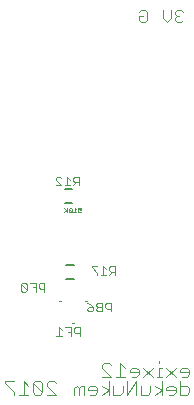
<source format=gbo>
G75*
%MOIN*%
%OFA0B0*%
%FSLAX25Y25*%
%IPPOS*%
%LPD*%
%AMOC8*
5,1,8,0,0,1.08239X$1,22.5*
%
%ADD10C,0.00400*%
%ADD11C,0.00300*%
%ADD12C,0.00600*%
%ADD13C,0.00100*%
%ADD14C,0.00000*%
D10*
X0015214Y0021050D02*
X0018284Y0017981D01*
X0018284Y0017213D01*
X0019818Y0017213D02*
X0022888Y0017213D01*
X0021353Y0017213D02*
X0021353Y0021817D01*
X0022888Y0020283D01*
X0024422Y0021050D02*
X0024422Y0017981D01*
X0025190Y0017213D01*
X0026724Y0017213D01*
X0027491Y0017981D01*
X0024422Y0021050D01*
X0025190Y0021817D01*
X0026724Y0021817D01*
X0027491Y0021050D01*
X0027491Y0017981D01*
X0029026Y0017213D02*
X0032095Y0017213D01*
X0029026Y0020283D01*
X0029026Y0021050D01*
X0029793Y0021817D01*
X0031328Y0021817D01*
X0032095Y0021050D01*
X0038234Y0019515D02*
X0038234Y0017213D01*
X0039769Y0017213D02*
X0039769Y0019515D01*
X0039001Y0020283D01*
X0038234Y0019515D01*
X0039769Y0019515D02*
X0040536Y0020283D01*
X0041303Y0020283D01*
X0041303Y0017213D01*
X0042838Y0018748D02*
X0042838Y0019515D01*
X0043605Y0020283D01*
X0045140Y0020283D01*
X0045907Y0019515D01*
X0045907Y0017981D01*
X0045140Y0017213D01*
X0043605Y0017213D01*
X0042838Y0018748D02*
X0045907Y0018748D01*
X0047442Y0017213D02*
X0049744Y0018748D01*
X0047442Y0020283D01*
X0047442Y0023213D02*
X0050511Y0023213D01*
X0047442Y0026283D01*
X0047442Y0027050D01*
X0048209Y0027817D01*
X0049744Y0027817D01*
X0050511Y0027050D01*
X0052046Y0023213D02*
X0055115Y0023213D01*
X0053580Y0023213D02*
X0053580Y0027817D01*
X0055115Y0026283D01*
X0056650Y0025515D02*
X0056650Y0024748D01*
X0059719Y0024748D01*
X0059719Y0023981D02*
X0059719Y0025515D01*
X0058952Y0026283D01*
X0057417Y0026283D01*
X0056650Y0025515D01*
X0057417Y0023213D02*
X0058952Y0023213D01*
X0059719Y0023981D01*
X0058952Y0021817D02*
X0055882Y0017213D01*
X0055882Y0021817D01*
X0054348Y0020283D02*
X0054348Y0017981D01*
X0053580Y0017213D01*
X0051278Y0017213D01*
X0051278Y0020283D01*
X0049744Y0021817D02*
X0049744Y0017213D01*
X0058952Y0017213D02*
X0058952Y0021817D01*
X0060486Y0020283D02*
X0060486Y0017213D01*
X0062788Y0017213D01*
X0063556Y0017981D01*
X0063556Y0020283D01*
X0065090Y0020283D02*
X0067392Y0018748D01*
X0065090Y0017213D01*
X0067392Y0017213D02*
X0067392Y0021817D01*
X0067392Y0023213D02*
X0065858Y0023213D01*
X0066625Y0023213D02*
X0066625Y0026283D01*
X0067392Y0026283D01*
X0066625Y0027817D02*
X0066625Y0028585D01*
X0064323Y0026283D02*
X0061254Y0023213D01*
X0064323Y0023213D02*
X0061254Y0026283D01*
X0068927Y0026283D02*
X0071996Y0023213D01*
X0073531Y0021817D02*
X0073531Y0017213D01*
X0075833Y0017213D01*
X0076600Y0017981D01*
X0076600Y0019515D01*
X0075833Y0020283D01*
X0073531Y0020283D01*
X0071996Y0019515D02*
X0071996Y0017981D01*
X0071229Y0017213D01*
X0069694Y0017213D01*
X0068927Y0018748D02*
X0071996Y0018748D01*
X0071996Y0019515D02*
X0071229Y0020283D01*
X0069694Y0020283D01*
X0068927Y0019515D01*
X0068927Y0018748D01*
X0068927Y0023213D02*
X0071996Y0026283D01*
X0073531Y0025515D02*
X0073531Y0024748D01*
X0076600Y0024748D01*
X0076600Y0023981D02*
X0076600Y0025515D01*
X0075833Y0026283D01*
X0074298Y0026283D01*
X0073531Y0025515D01*
X0074298Y0023213D02*
X0075833Y0023213D01*
X0076600Y0023981D01*
X0018284Y0021817D02*
X0015214Y0021817D01*
X0015214Y0021050D01*
X0060448Y0141313D02*
X0059764Y0141997D01*
X0059764Y0143365D01*
X0061132Y0143365D01*
X0062500Y0141997D02*
X0061816Y0141313D01*
X0060448Y0141313D01*
X0062500Y0141997D02*
X0062500Y0144733D01*
X0061816Y0145417D01*
X0060448Y0145417D01*
X0059764Y0144733D01*
X0067721Y0145417D02*
X0067721Y0142681D01*
X0069089Y0141313D01*
X0070456Y0142681D01*
X0070456Y0145417D01*
X0071864Y0144733D02*
X0071864Y0144049D01*
X0072548Y0143365D01*
X0071864Y0142681D01*
X0071864Y0141997D01*
X0072548Y0141313D01*
X0073916Y0141313D01*
X0074600Y0141997D01*
X0073232Y0143365D02*
X0072548Y0143365D01*
X0071864Y0144733D02*
X0072548Y0145417D01*
X0073916Y0145417D01*
X0074600Y0144733D01*
D11*
X0039850Y0089916D02*
X0039850Y0087013D01*
X0039850Y0087981D02*
X0038399Y0087981D01*
X0037915Y0088465D01*
X0037915Y0089432D01*
X0038399Y0089916D01*
X0039850Y0089916D01*
X0038883Y0087981D02*
X0037915Y0087013D01*
X0036903Y0087013D02*
X0034969Y0087013D01*
X0035936Y0087013D02*
X0035936Y0089916D01*
X0036903Y0088948D01*
X0033957Y0089432D02*
X0033473Y0089916D01*
X0032506Y0089916D01*
X0032022Y0089432D01*
X0032022Y0088948D01*
X0033957Y0087013D01*
X0032022Y0087013D01*
X0044022Y0060116D02*
X0044022Y0059632D01*
X0045957Y0057697D01*
X0045957Y0057213D01*
X0046969Y0057213D02*
X0048903Y0057213D01*
X0047936Y0057213D02*
X0047936Y0060116D01*
X0048903Y0059148D01*
X0049915Y0058665D02*
X0050399Y0058181D01*
X0051850Y0058181D01*
X0050883Y0058181D02*
X0049915Y0057213D01*
X0049915Y0058665D02*
X0049915Y0059632D01*
X0050399Y0060116D01*
X0051850Y0060116D01*
X0051850Y0057213D01*
X0050450Y0047866D02*
X0048999Y0047866D01*
X0048515Y0047382D01*
X0048515Y0046415D01*
X0048999Y0045931D01*
X0050450Y0045931D01*
X0050450Y0044963D02*
X0050450Y0047866D01*
X0047503Y0047866D02*
X0047503Y0044963D01*
X0046052Y0044963D01*
X0045569Y0045447D01*
X0045569Y0045931D01*
X0046052Y0046415D01*
X0047503Y0046415D01*
X0047503Y0047866D02*
X0046052Y0047866D01*
X0045569Y0047382D01*
X0045569Y0046898D01*
X0046052Y0046415D01*
X0044557Y0046415D02*
X0043106Y0046415D01*
X0042622Y0045931D01*
X0042622Y0045447D01*
X0043106Y0044963D01*
X0044073Y0044963D01*
X0044557Y0045447D01*
X0044557Y0046415D01*
X0043589Y0047382D01*
X0042622Y0047866D01*
X0040050Y0039666D02*
X0038599Y0039666D01*
X0038115Y0039182D01*
X0038115Y0038215D01*
X0038599Y0037731D01*
X0040050Y0037731D01*
X0040050Y0036763D02*
X0040050Y0039666D01*
X0037103Y0039666D02*
X0037103Y0036763D01*
X0037103Y0038215D02*
X0036136Y0038215D01*
X0037103Y0039666D02*
X0035169Y0039666D01*
X0034157Y0038698D02*
X0033189Y0039666D01*
X0033189Y0036763D01*
X0032222Y0036763D02*
X0034157Y0036763D01*
X0028290Y0051563D02*
X0028290Y0054466D01*
X0026838Y0054466D01*
X0026355Y0053982D01*
X0026355Y0053015D01*
X0026838Y0052531D01*
X0028290Y0052531D01*
X0025343Y0053015D02*
X0024376Y0053015D01*
X0025343Y0054466D02*
X0023408Y0054466D01*
X0022397Y0053982D02*
X0022397Y0052047D01*
X0020462Y0053982D01*
X0020462Y0052047D01*
X0020945Y0051563D01*
X0021913Y0051563D01*
X0022397Y0052047D01*
X0022397Y0053982D02*
X0021913Y0054466D01*
X0020945Y0054466D01*
X0020462Y0053982D01*
X0025343Y0054466D02*
X0025343Y0051563D01*
X0044022Y0060116D02*
X0045957Y0060116D01*
D12*
X0037981Y0060376D02*
X0035619Y0060376D01*
X0035619Y0055651D02*
X0037981Y0055651D01*
X0037581Y0081051D02*
X0035219Y0081051D01*
X0035219Y0085776D02*
X0037581Y0085776D01*
D13*
X0037153Y0079465D02*
X0036653Y0079465D01*
X0036403Y0079214D01*
X0037403Y0078214D01*
X0037153Y0077963D01*
X0036653Y0077963D01*
X0036403Y0078214D01*
X0036403Y0079214D01*
X0037403Y0078214D01*
X0037403Y0079214D01*
X0037153Y0079465D01*
X0036653Y0079465D01*
X0036403Y0079214D01*
X0036403Y0078214D01*
X0036653Y0077963D01*
X0037153Y0077963D01*
X0037403Y0078214D01*
X0037403Y0079214D01*
X0037153Y0079465D01*
X0038376Y0079465D02*
X0038376Y0077963D01*
X0038376Y0079465D01*
X0038877Y0078964D01*
X0038376Y0079465D01*
X0039349Y0079465D02*
X0040350Y0079465D01*
X0040350Y0078714D01*
X0039850Y0078964D01*
X0039599Y0078964D01*
X0039349Y0078714D01*
X0039349Y0078214D01*
X0039599Y0077963D01*
X0040100Y0077963D01*
X0040350Y0078214D01*
X0040100Y0077963D01*
X0039599Y0077963D01*
X0039349Y0078214D01*
X0039349Y0078714D01*
X0039599Y0078964D01*
X0039850Y0078964D01*
X0040350Y0078714D01*
X0040350Y0079465D01*
X0039349Y0079465D01*
X0038877Y0077963D02*
X0037876Y0077963D01*
X0038877Y0077963D01*
X0035930Y0077963D02*
X0035930Y0079465D01*
X0035930Y0077963D01*
X0035930Y0078464D02*
X0034929Y0079465D01*
X0035930Y0078464D01*
X0035680Y0078714D02*
X0034929Y0077963D01*
X0035680Y0078714D01*
D14*
X0033800Y0048413D02*
X0033750Y0048413D01*
X0033733Y0048397D01*
X0033733Y0048363D01*
X0033750Y0048347D01*
X0033800Y0048347D01*
X0033800Y0048313D02*
X0033800Y0048413D01*
X0033708Y0048413D02*
X0033641Y0048413D01*
X0033616Y0048413D02*
X0033566Y0048413D01*
X0033549Y0048397D01*
X0033549Y0048363D01*
X0033566Y0048347D01*
X0033616Y0048347D01*
X0033582Y0048347D02*
X0033549Y0048313D01*
X0033524Y0048313D02*
X0033457Y0048313D01*
X0033490Y0048313D02*
X0033490Y0048413D01*
X0033524Y0048380D01*
X0033616Y0048413D02*
X0033616Y0048313D01*
X0033675Y0048313D02*
X0033675Y0048413D01*
X0033432Y0048413D02*
X0033365Y0048413D01*
X0033340Y0048413D02*
X0033290Y0048413D01*
X0033273Y0048397D01*
X0033273Y0048363D01*
X0033290Y0048347D01*
X0033340Y0048347D01*
X0033340Y0048313D02*
X0033340Y0048413D01*
X0033398Y0048413D02*
X0033398Y0048313D01*
X0033248Y0048313D02*
X0033181Y0048313D01*
X0033155Y0048330D02*
X0033139Y0048313D01*
X0033105Y0048313D01*
X0033089Y0048330D01*
X0033089Y0048347D01*
X0033105Y0048363D01*
X0033122Y0048363D01*
X0033105Y0048363D02*
X0033089Y0048380D01*
X0033089Y0048397D01*
X0033105Y0048413D01*
X0033139Y0048413D01*
X0033155Y0048397D01*
X0033214Y0048413D02*
X0033214Y0048313D01*
X0033248Y0048380D02*
X0033214Y0048413D01*
X0033063Y0048413D02*
X0033013Y0048413D01*
X0032997Y0048397D01*
X0032997Y0048363D01*
X0033013Y0048347D01*
X0033063Y0048347D01*
X0033030Y0048347D02*
X0032997Y0048313D01*
X0033063Y0048313D02*
X0033063Y0048413D01*
X0037413Y0041213D02*
X0037397Y0041197D01*
X0037397Y0041163D01*
X0037413Y0041147D01*
X0037463Y0041147D01*
X0037489Y0041147D02*
X0037489Y0041130D01*
X0037505Y0041113D01*
X0037539Y0041113D01*
X0037555Y0041130D01*
X0037581Y0041113D02*
X0037648Y0041113D01*
X0037614Y0041113D02*
X0037614Y0041213D01*
X0037648Y0041180D01*
X0037673Y0041163D02*
X0037690Y0041147D01*
X0037740Y0041147D01*
X0037740Y0041113D02*
X0037740Y0041213D01*
X0037690Y0041213D01*
X0037673Y0041197D01*
X0037673Y0041163D01*
X0037765Y0041213D02*
X0037832Y0041213D01*
X0037798Y0041213D02*
X0037798Y0041113D01*
X0037857Y0041113D02*
X0037924Y0041113D01*
X0037949Y0041113D02*
X0037982Y0041147D01*
X0037966Y0041147D02*
X0038016Y0041147D01*
X0038016Y0041113D02*
X0038016Y0041213D01*
X0037966Y0041213D01*
X0037949Y0041197D01*
X0037949Y0041163D01*
X0037966Y0041147D01*
X0037924Y0041180D02*
X0037890Y0041213D01*
X0037890Y0041113D01*
X0038041Y0041213D02*
X0038108Y0041213D01*
X0038133Y0041197D02*
X0038133Y0041163D01*
X0038150Y0041147D01*
X0038200Y0041147D01*
X0038200Y0041113D02*
X0038200Y0041213D01*
X0038150Y0041213D01*
X0038133Y0041197D01*
X0038075Y0041213D02*
X0038075Y0041113D01*
X0037555Y0041197D02*
X0037539Y0041213D01*
X0037505Y0041213D01*
X0037489Y0041197D01*
X0037489Y0041180D01*
X0037505Y0041163D01*
X0037489Y0041147D01*
X0037505Y0041163D02*
X0037522Y0041163D01*
X0037463Y0041113D02*
X0037463Y0041213D01*
X0037413Y0041213D01*
X0037430Y0041147D02*
X0037397Y0041113D01*
X0041797Y0048313D02*
X0041830Y0048347D01*
X0041813Y0048347D02*
X0041863Y0048347D01*
X0041889Y0048347D02*
X0041889Y0048330D01*
X0041905Y0048313D01*
X0041939Y0048313D01*
X0041955Y0048330D01*
X0041981Y0048313D02*
X0042048Y0048313D01*
X0042014Y0048313D02*
X0042014Y0048413D01*
X0042048Y0048380D01*
X0042073Y0048363D02*
X0042090Y0048347D01*
X0042140Y0048347D01*
X0042140Y0048313D02*
X0042140Y0048413D01*
X0042090Y0048413D01*
X0042073Y0048397D01*
X0042073Y0048363D01*
X0042165Y0048413D02*
X0042232Y0048413D01*
X0042198Y0048413D02*
X0042198Y0048313D01*
X0042257Y0048313D02*
X0042324Y0048313D01*
X0042349Y0048313D02*
X0042382Y0048347D01*
X0042366Y0048347D02*
X0042416Y0048347D01*
X0042416Y0048313D02*
X0042416Y0048413D01*
X0042366Y0048413D01*
X0042349Y0048397D01*
X0042349Y0048363D01*
X0042366Y0048347D01*
X0042324Y0048380D02*
X0042290Y0048413D01*
X0042290Y0048313D01*
X0042441Y0048413D02*
X0042508Y0048413D01*
X0042533Y0048397D02*
X0042533Y0048363D01*
X0042550Y0048347D01*
X0042600Y0048347D01*
X0042600Y0048313D02*
X0042600Y0048413D01*
X0042550Y0048413D01*
X0042533Y0048397D01*
X0042475Y0048413D02*
X0042475Y0048313D01*
X0041955Y0048397D02*
X0041939Y0048413D01*
X0041905Y0048413D01*
X0041889Y0048397D01*
X0041889Y0048380D01*
X0041905Y0048363D01*
X0041889Y0048347D01*
X0041905Y0048363D02*
X0041922Y0048363D01*
X0041863Y0048313D02*
X0041863Y0048413D01*
X0041813Y0048413D01*
X0041797Y0048397D01*
X0041797Y0048363D01*
X0041813Y0048347D01*
M02*

</source>
